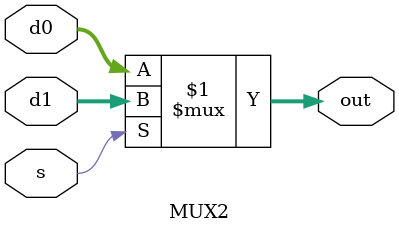
<source format=v>

module MUX2(s, d0, d1, out);
    parameter REG_BITS = 32;

    input s;
    input [REG_BITS-1:0] d0, d1;
    output [REG_BITS-1:0] out;

    assign out = s ? d1 : d0;
endmodule
</source>
